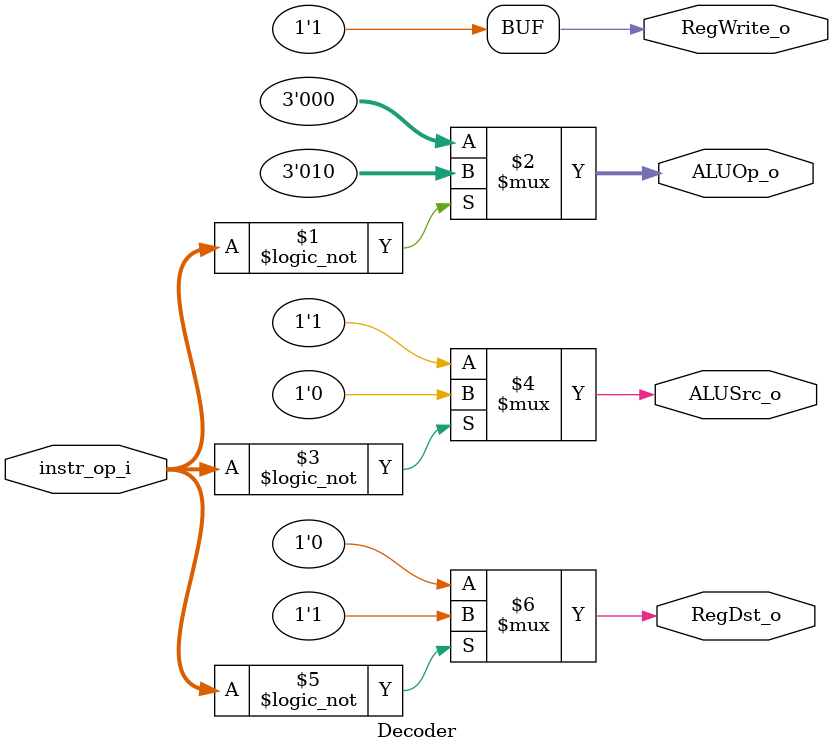
<source format=v>
module Decoder(instr_op_i, RegWrite_o, ALUOp_o, ALUSrc_o, RegDst_o);
     
//I/O ports
input	[6-1:0] instr_op_i;

output			RegWrite_o;
output	[3-1:0] ALUOp_o;
output			ALUSrc_o;
output			RegDst_o;
 
//Internal Signals
wire	[3-1:0] ALUOp_o;
wire			ALUSrc_o;
wire			RegWrite_o;
wire			RegDst_o;

//Main function
/*your code here*/

assign RegWrite_o = 1'b1;
assign ALUOp_o[2:0] = (instr_op_i == 6'b000000) ? 3'b010 : 3'b000;
assign ALUSrc_o = (instr_op_i == 6'b000000) ? 1'b0 : 1'b1;
assign RegDst_o = (instr_op_i == 6'b000000) ? 1'b1 : 1'b0;

endmodule
   
</source>
